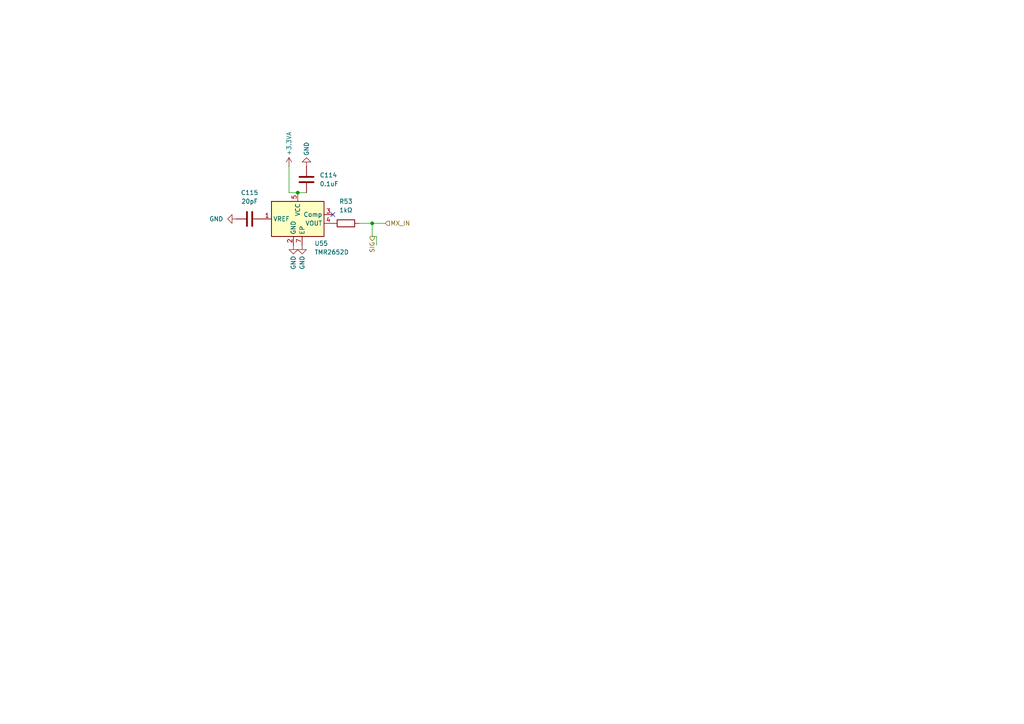
<source format=kicad_sch>
(kicad_sch (version 20250114) (generator "eeschema") (generator_version "9.0")
  (paper "A4")
  (lib_symbols
    (symbol "Device:C" (pin_numbers (hide yes)) (pin_names (offset 0.254))
      (property "Reference" "C" (at 0.635 2.54 0))
      (property "Value" "C" (at 0.635 -2.54 0))
      (symbol "C_0_1"
        (polyline (pts (xy -2.032 0.762) (xy 2.032 0.762)) (stroke (width 0.508)))
        (polyline (pts (xy -2.032 -0.762) (xy 2.032 -0.762)) (stroke (width 0.508)))
      )
      (symbol "C_1_1"
        (pin passive line (at 0 3.81 270) (length 2.794) (name "~") (number "1"))
        (pin passive line (at 0 -3.81 90) (length 2.794) (name "~") (number "2"))
      )
    )
    (symbol "Device:R" (pin_numbers (hide yes)) (pin_names (offset 0))
      (property "Reference" "R" (at 2.032 0 90))
      (property "Value" "R" (at 0 0 90))
      (symbol "R_0_1"
        (rectangle (start -1.016 -2.54) (end 1.016 2.54) (stroke (width 0.254)))
      )
      (symbol "R_1_1"
        (pin passive line (at 0 3.81 270) (length 1.27) (name "~") (number "1"))
        (pin passive line (at 0 -3.81 90) (length 1.27) (name "~") (number "2"))
      )
    )
    (symbol "power:+3.3V" (power) (pin_numbers (hide yes)) (pin_names (offset 0) (hide yes))
      (property "Value" "+3.3V" (at 0 3.556 0))
      (symbol "+3.3V_0_1"
        (polyline (pts (xy -0.762 1.27) (xy 0 2.54)))
        (polyline (pts (xy 0 2.54) (xy 0.762 1.27)))
        (polyline (pts (xy 0 0) (xy 0 2.54)))
      )
      (symbol "+3.3V_1_1"
        (pin power_in line (at 0 0 90) (length 0) (name "~") (number "1"))
      )
    )
    (symbol "power:GND" (power) (pin_numbers (hide yes)) (pin_names (offset 0) (hide yes))
      (property "Value" "GND" (at 0 -3.81 0))
      (symbol "GND_0_1"
        (polyline (pts (xy 0 0) (xy 0 -1.27) (xy 1.27 -1.27) (xy 0 -2.54) (xy -1.27 -1.27) (xy 0 -1.27)))
      )
      (symbol "GND_1_1"
        (pin power_in line (at 0 0 270) (length 0) (name "~") (number "1"))
      )
    )
    (symbol "prometheus-65-symbols:TMR2652D"
      (property "Reference" "U" (at 6.858 -6.604 0))
      (property "Value" "TMR2652D" (at 11.176 -8.636 0))
      (symbol "TMR2652D_0_0"
        (rectangle (start -7.62 5.08) (end 7.62 -5.08) (stroke (width 0.254)) (fill (type background)))
      )
      (symbol "TMR2652D_1_1"
        (pin passive line (at -10.16 0 0) (length 2.54) (name "VREF") (number "1"))
        (pin no_connect line (at -10.16 -2.54 0) (length 2.54) (hide yes) (name "NC") (number "6"))
        (pin power_in line (at -1.27 -7.62 90) (length 2.54) (name "GND") (number "2"))
        (pin power_in line (at 0 7.62 270) (length 2.54) (name "VCC") (number "5"))
        (pin power_in line (at 1.27 -7.62 90) (length 2.54) (name "EP") (number "7"))
        (pin passive line (at 10.16 1.27 180) (length 2.54) (name "Comp") (number "3"))
        (pin output line (at 10.16 -1.27 180) (length 2.54) (name "VOUT") (number "4"))
      )
    )
  )
  (junction (at 86.36 55.88))
  (junction (at 107.95 64.77))
  (no_connect (at 96.52 62.23))
  (wire (pts (xy 104.14 64.77) (xy 107.95 64.77)))
  (wire (pts (xy 88.9 55.88) (xy 86.36 55.88)))
  (wire (pts (xy 107.95 64.77) (xy 111.76 64.77)))
  (wire (pts (xy 83.82 48.26) (xy 83.82 55.88)))
  (wire (pts (xy 107.95 68.58) (xy 109.22 68.58)))
  (wire (pts (xy 107.95 68.58) (xy 107.95 64.77)))
  (wire (pts (xy 83.82 55.88) (xy 86.36 55.88)))
  (wire (pts (xy 109.22 68.58) (xy 109.22 71.12)))
  (hierarchical_label "SIG" (shape output) (at 107.95 68.58 270))
  (hierarchical_label "MX_IN" (shape input) (at 111.76 64.77 0))
  (symbol (lib_id "Device:C") (at 72.39 63.5 90) (unit 1)
    (property "Reference" "C21" (at 72.39 55.88 90))
    (property "Value" "20pF" (at 72.39 58.42 90))
    (property "Footprint" "Capacitor_SMD:C_0402_1005Metric" (effects (hide yes)))
    (property "Description" "Unpolarized capacitor" (effects (hide yes)))
    (instances (project "prometheus-65" (path "" (reference "C115") (unit 1)) (path "" (reference "C133") (unit 1)) (path "" (reference "C97") (unit 1)) (path "" (reference "C55") (unit 1)) (path "" (reference "C45") (unit 1)) (path "" (reference "C21") (unit 1)) (path "" (reference "C73") (unit 1)) (path "" (reference "C91") (unit 1)) (path "" (reference "C41") (unit 1)) (path "" (reference "C121") (unit 1)) (path "" (reference "C29") (unit 1)) (path "" (reference "C25") (unit 1)) (path "" (reference "C145") (unit 1)) (path "" (reference "C89") (unit 1)) (path "" (reference "C85") (unit 1)) (path "" (reference "C77") (unit 1)) (path "" (reference "C135") (unit 1)) (path "" (reference "C141") (unit 1)) (path "" (reference "C61") (unit 1)) (path "" (reference "C75") (unit 1)) (path "" (reference "C111") (unit 1)) (path "" (reference "C71") (unit 1)) (path "" (reference "C101") (unit 1)) (path "" (reference "C37") (unit 1)) (path "" (reference "C81") (unit 1)) (path "" (reference "C67") (unit 1)) (path "" (reference "C59") (unit 1)) (path "" (reference "C113") (unit 1)) (path "" (reference "C147") (unit 1)) (path "" (reference "C35") (unit 1)) (path "" (reference "C137") (unit 1)) (path "" (reference "C95") (unit 1)) (path "" (reference "C117") (unit 1)) (path "" (reference "C107") (unit 1)) (path "" (reference "C65") (unit 1)) (path "" (reference "C127") (unit 1)) (path "" (reference "C63") (unit 1)) (path "" (reference "C103") (unit 1)) (path "" (reference "C39") (unit 1)) (path "" (reference "C109") (unit 1)) (path "" (reference "C23") (unit 1)) (path "" (reference "C57") (unit 1)) (path "" (reference "C47") (unit 1)) (path "" (reference "C69") (unit 1)) (path "" (reference "C49") (unit 1)) (path "" (reference "C27") (unit 1)) (path "" (reference "C125") (unit 1)) (path "" (reference "C131") (unit 1)) (path "" (reference "C31") (unit 1)) (path "" (reference "C79") (unit 1)) (path "" (reference "C93") (unit 1)) (path "" (reference "C123") (unit 1)) (path "" (reference "C143") (unit 1)) (path "" (reference "C129") (unit 1)) (path "" (reference "C87") (unit 1)) (path "" (reference "C53") (unit 1)) (path "" (reference "C51") (unit 1)) (path "" (reference "C105") (unit 1)) (path "" (reference "C83") (unit 1)) (path "" (reference "C33") (unit 1)) (path "" (reference "C119") (unit 1)) (path "" (reference "C99") (unit 1)) (path "" (reference "C139") (unit 1)) (path "" (reference "C43") (unit 1))))
  )
  (symbol (lib_id "power:GND") (at 68.58 63.5 270) (unit 1)
    (property "Reference" "#PWR051" (effects (hide yes)))
    (property "Value" "GND" (at 64.77 63.4999 90) (effects (justify right)))
    (property "Description" "Power symbol creates a global label with name \"GND\" , ground" (effects (hide yes)))
    (instances (project "prometheus-65" (path "" (reference "#PWR0349") (unit 1)) (path "" (reference "#PWR0403") (unit 1)) (path "" (reference "#PWR0295") (unit 1)) (path "" (reference "#PWR0161") (unit 1)) (path "" (reference "#PWR0127") (unit 1)) (path "" (reference "#PWR051") (unit 1)) (path "" (reference "#PWR0219") (unit 1)) (path "" (reference "#PWR0277") (unit 1)) (path "" (reference "#PWR0115") (unit 1)) (path "" (reference "#PWR0367") (unit 1)) (path "" (reference "#PWR079") (unit 1)) (path "" (reference "#PWR067") (unit 1)) (path "" (reference "#PWR0439") (unit 1)) (path "" (reference "#PWR0271") (unit 1)) (path "" (reference "#PWR0259") (unit 1)) (path "" (reference "#PWR0231") (unit 1)) (path "" (reference "#PWR0409") (unit 1)) (path "" (reference "#PWR0427") (unit 1)) (path "" (reference "#PWR0179") (unit 1)) (path "" (reference "#PWR0225") (unit 1)) (path "" (reference "#PWR0337") (unit 1)) (path "" (reference "#PWR0213") (unit 1)) (path "" (reference "#PWR0307") (unit 1)) (path "" (reference "#PWR0103") (unit 1)) (path "" (reference "#PWR0243") (unit 1)) (path "" (reference "#PWR0197") (unit 1)) (path "" (reference "#PWR0173") (unit 1)) (path "" (reference "#PWR0343") (unit 1)) (path "" (reference "#PWR0445") (unit 1)) (path "" (reference "#PWR097") (unit 1)) (path "" (reference "#PWR0415") (unit 1)) (path "" (reference "#PWR0289") (unit 1)) (path "" (reference "#PWR0355") (unit 1)) (path "" (reference "#PWR0325") (unit 1)) (path "" (reference "#PWR0191") (unit 1)) (path "" (reference "#PWR0385") (unit 1)) (path "" (reference "#PWR0185") (unit 1)) (path "" (reference "#PWR0313") (unit 1)) (path "" (reference "#PWR0109") (unit 1)) (path "" (reference "#PWR0331") (unit 1)) (path "" (reference "#PWR061") (unit 1)) (path "" (reference "#PWR0167") (unit 1)) (path "" (reference "#PWR0133") (unit 1)) (path "" (reference "#PWR0207") (unit 1)) (path "" (reference "#PWR0139") (unit 1)) (path "" (reference "#PWR073") (unit 1)) (path "" (reference "#PWR0379") (unit 1)) (path "" (reference "#PWR0397") (unit 1)) (path "" (reference "#PWR085") (unit 1)) (path "" (reference "#PWR0237") (unit 1)) (path "" (reference "#PWR0283") (unit 1)) (path "" (reference "#PWR0373") (unit 1)) (path "" (reference "#PWR0433") (unit 1)) (path "" (reference "#PWR0391") (unit 1)) (path "" (reference "#PWR0265") (unit 1)) (path "" (reference "#PWR0155") (unit 1)) (path "" (reference "#PWR0145") (unit 1)) (path "" (reference "#PWR0319") (unit 1)) (path "" (reference "#PWR0249") (unit 1)) (path "" (reference "#PWR091") (unit 1)) (path "" (reference "#PWR0361") (unit 1)) (path "" (reference "#PWR0301") (unit 1)) (path "" (reference "#PWR0421") (unit 1)) (path "" (reference "#PWR0121") (unit 1))))
  )
  (symbol (lib_id "power:GND") (at 85.09 71.12 0) (unit 1)
    (property "Reference" "#PWR052" (effects (hide yes)))
    (property "Value" "GND" (at 85.09 76.2 90))
    (property "Description" "Power symbol creates a global label with name \"GND\" , ground" (effects (hide yes)))
    (instances (project "prometheus-65" (path "" (reference "#PWR0350") (unit 1)) (path "" (reference "#PWR0404") (unit 1)) (path "" (reference "#PWR0296") (unit 1)) (path "" (reference "#PWR0162") (unit 1)) (path "" (reference "#PWR0128") (unit 1)) (path "" (reference "#PWR052") (unit 1)) (path "" (reference "#PWR0220") (unit 1)) (path "" (reference "#PWR0278") (unit 1)) (path "" (reference "#PWR0116") (unit 1)) (path "" (reference "#PWR0368") (unit 1)) (path "" (reference "#PWR080") (unit 1)) (path "" (reference "#PWR068") (unit 1)) (path "" (reference "#PWR0440") (unit 1)) (path "" (reference "#PWR0272") (unit 1)) (path "" (reference "#PWR0260") (unit 1)) (path "" (reference "#PWR0232") (unit 1)) (path "" (reference "#PWR0410") (unit 1)) (path "" (reference "#PWR0428") (unit 1)) (path "" (reference "#PWR0180") (unit 1)) (path "" (reference "#PWR0226") (unit 1)) (path "" (reference "#PWR0338") (unit 1)) (path "" (reference "#PWR0214") (unit 1)) (path "" (reference "#PWR0308") (unit 1)) (path "" (reference "#PWR0104") (unit 1)) (path "" (reference "#PWR0244") (unit 1)) (path "" (reference "#PWR0198") (unit 1)) (path "" (reference "#PWR0174") (unit 1)) (path "" (reference "#PWR0344") (unit 1)) (path "" (reference "#PWR0446") (unit 1)) (path "" (reference "#PWR098") (unit 1)) (path "" (reference "#PWR0416") (unit 1)) (path "" (reference "#PWR0290") (unit 1)) (path "" (reference "#PWR0356") (unit 1)) (path "" (reference "#PWR0326") (unit 1)) (path "" (reference "#PWR0192") (unit 1)) (path "" (reference "#PWR0386") (unit 1)) (path "" (reference "#PWR0186") (unit 1)) (path "" (reference "#PWR0314") (unit 1)) (path "" (reference "#PWR0110") (unit 1)) (path "" (reference "#PWR0332") (unit 1)) (path "" (reference "#PWR062") (unit 1)) (path "" (reference "#PWR0168") (unit 1)) (path "" (reference "#PWR0134") (unit 1)) (path "" (reference "#PWR0208") (unit 1)) (path "" (reference "#PWR0140") (unit 1)) (path "" (reference "#PWR074") (unit 1)) (path "" (reference "#PWR0380") (unit 1)) (path "" (reference "#PWR0398") (unit 1)) (path "" (reference "#PWR086") (unit 1)) (path "" (reference "#PWR0238") (unit 1)) (path "" (reference "#PWR0284") (unit 1)) (path "" (reference "#PWR0374") (unit 1)) (path "" (reference "#PWR0434") (unit 1)) (path "" (reference "#PWR0392") (unit 1)) (path "" (reference "#PWR0266") (unit 1)) (path "" (reference "#PWR0156") (unit 1)) (path "" (reference "#PWR0146") (unit 1)) (path "" (reference "#PWR0320") (unit 1)) (path "" (reference "#PWR0250") (unit 1)) (path "" (reference "#PWR092") (unit 1)) (path "" (reference "#PWR0362") (unit 1)) (path "" (reference "#PWR0302") (unit 1)) (path "" (reference "#PWR0422") (unit 1)) (path "" (reference "#PWR0122") (unit 1))))
  )
  (symbol (lib_id "power:+3.3V") (at 83.82 48.26 0) (unit 1)
    (property "Reference" "#PWR048" (effects (hide yes)))
    (property "Value" "+3.3VA" (at 83.82 41.656 90))
    (property "Description" "Power symbol creates a global label with name \"+3.3V\"" (effects (hide yes)))
    (instances (project "prometheus-65" (path "" (reference "#PWR0346") (unit 1)) (path "" (reference "#PWR0400") (unit 1)) (path "" (reference "#PWR0292") (unit 1)) (path "" (reference "#PWR0158") (unit 1)) (path "" (reference "#PWR0124") (unit 1)) (path "" (reference "#PWR048") (unit 1)) (path "" (reference "#PWR0216") (unit 1)) (path "" (reference "#PWR0274") (unit 1)) (path "" (reference "#PWR0112") (unit 1)) (path "" (reference "#PWR0364") (unit 1)) (path "" (reference "#PWR076") (unit 1)) (path "" (reference "#PWR064") (unit 1)) (path "" (reference "#PWR0436") (unit 1)) (path "" (reference "#PWR0268") (unit 1)) (path "" (reference "#PWR0256") (unit 1)) (path "" (reference "#PWR0228") (unit 1)) (path "" (reference "#PWR0406") (unit 1)) (path "" (reference "#PWR0424") (unit 1)) (path "" (reference "#PWR0176") (unit 1)) (path "" (reference "#PWR0222") (unit 1)) (path "" (reference "#PWR0334") (unit 1)) (path "" (reference "#PWR0210") (unit 1)) (path "" (reference "#PWR0304") (unit 1)) (path "" (reference "#PWR0100") (unit 1)) (path "" (reference "#PWR0240") (unit 1)) (path "" (reference "#PWR0194") (unit 1)) (path "" (reference "#PWR0170") (unit 1)) (path "" (reference "#PWR0340") (unit 1)) (path "" (reference "#PWR0442") (unit 1)) (path "" (reference "#PWR094") (unit 1)) (path "" (reference "#PWR0412") (unit 1)) (path "" (reference "#PWR0286") (unit 1)) (path "" (reference "#PWR0352") (unit 1)) (path "" (reference "#PWR0322") (unit 1)) (path "" (reference "#PWR0188") (unit 1)) (path "" (reference "#PWR0382") (unit 1)) (path "" (reference "#PWR0182") (unit 1)) (path "" (reference "#PWR0310") (unit 1)) (path "" (reference "#PWR0106") (unit 1)) (path "" (reference "#PWR0328") (unit 1)) (path "" (reference "#PWR058") (unit 1)) (path "" (reference "#PWR0164") (unit 1)) (path "" (reference "#PWR0130") (unit 1)) (path "" (reference "#PWR0204") (unit 1)) (path "" (reference "#PWR0136") (unit 1)) (path "" (reference "#PWR070") (unit 1)) (path "" (reference "#PWR0376") (unit 1)) (path "" (reference "#PWR0394") (unit 1)) (path "" (reference "#PWR082") (unit 1)) (path "" (reference "#PWR0234") (unit 1)) (path "" (reference "#PWR0280") (unit 1)) (path "" (reference "#PWR0370") (unit 1)) (path "" (reference "#PWR0430") (unit 1)) (path "" (reference "#PWR0388") (unit 1)) (path "" (reference "#PWR0262") (unit 1)) (path "" (reference "#PWR0152") (unit 1)) (path "" (reference "#PWR0142") (unit 1)) (path "" (reference "#PWR0316") (unit 1)) (path "" (reference "#PWR0246") (unit 1)) (path "" (reference "#PWR088") (unit 1)) (path "" (reference "#PWR0358") (unit 1)) (path "" (reference "#PWR0298") (unit 1)) (path "" (reference "#PWR0418") (unit 1)) (path "" (reference "#PWR0118") (unit 1))))
  )
  (symbol (lib_id "Device:R") (at 100.33 64.77 90) (unit 1)
    (property "Reference" "R6" (at 100.33 58.42 90))
    (property "Value" "1kΩ" (at 100.33 60.96 90))
    (property "Footprint" "Resistor_SMD:R_0402_1005Metric" (effects (hide yes)))
    (property "Description" "Resistor" (effects (hide yes)))
    (instances (project "prometheus-65" (path "" (reference "R53") (unit 1)) (path "" (reference "R62") (unit 1)) (path "" (reference "R44") (unit 1)) (path "" (reference "R23") (unit 1)) (path "" (reference "R18") (unit 1)) (path "" (reference "R6") (unit 1)) (path "" (reference "R32") (unit 1)) (path "" (reference "R41") (unit 1)) (path "" (reference "R16") (unit 1)) (path "" (reference "R56") (unit 1)) (path "" (reference "R10") (unit 1)) (path "" (reference "R8") (unit 1)) (path "" (reference "R68") (unit 1)) (path "" (reference "R40") (unit 1)) (path "" (reference "R38") (unit 1)) (path "" (reference "R34") (unit 1)) (path "" (reference "R63") (unit 1)) (path "" (reference "R66") (unit 1)) (path "" (reference "R26") (unit 1)) (path "" (reference "R33") (unit 1)) (path "" (reference "R51") (unit 1)) (path "" (reference "R31") (unit 1)) (path "" (reference "R46") (unit 1)) (path "" (reference "R14") (unit 1)) (path "" (reference "R36") (unit 1)) (path "" (reference "R29") (unit 1)) (path "" (reference "R25") (unit 1)) (path "" (reference "R52") (unit 1)) (path "" (reference "R69") (unit 1)) (path "" (reference "R13") (unit 1)) (path "" (reference "R64") (unit 1)) (path "" (reference "R43") (unit 1)) (path "" (reference "R54") (unit 1)) (path "" (reference "R49") (unit 1)) (path "" (reference "R28") (unit 1)) (path "" (reference "R59") (unit 1)) (path "" (reference "R27") (unit 1)) (path "" (reference "R47") (unit 1)) (path "" (reference "R15") (unit 1)) (path "" (reference "R50") (unit 1)) (path "" (reference "R7") (unit 1)) (path "" (reference "R24") (unit 1)) (path "" (reference "R19") (unit 1)) (path "" (reference "R30") (unit 1)) (path "" (reference "R20") (unit 1)) (path "" (reference "R9") (unit 1)) (path "" (reference "R58") (unit 1)) (path "" (reference "R61") (unit 1)) (path "" (reference "R11") (unit 1)) (path "" (reference "R35") (unit 1)) (path "" (reference "R42") (unit 1)) (path "" (reference "R57") (unit 1)) (path "" (reference "R67") (unit 1)) (path "" (reference "R60") (unit 1)) (path "" (reference "R39") (unit 1)) (path "" (reference "R22") (unit 1)) (path "" (reference "R21") (unit 1)) (path "" (reference "R48") (unit 1)) (path "" (reference "R37") (unit 1)) (path "" (reference "R12") (unit 1)) (path "" (reference "R55") (unit 1)) (path "" (reference "R45") (unit 1)) (path "" (reference "R65") (unit 1)) (path "" (reference "R17") (unit 1))))
  )
  (symbol (lib_id "power:GND") (at 87.63 71.12 0) (unit 1)
    (property "Reference" "#PWR053" (effects (hide yes)))
    (property "Value" "GND" (at 87.63 76.2 90))
    (property "Description" "Power symbol creates a global label with name \"GND\" , ground" (effects (hide yes)))
    (instances (project "prometheus-65" (path "" (reference "#PWR0351") (unit 1)) (path "" (reference "#PWR0405") (unit 1)) (path "" (reference "#PWR0297") (unit 1)) (path "" (reference "#PWR0163") (unit 1)) (path "" (reference "#PWR0129") (unit 1)) (path "" (reference "#PWR053") (unit 1)) (path "" (reference "#PWR0221") (unit 1)) (path "" (reference "#PWR0279") (unit 1)) (path "" (reference "#PWR0117") (unit 1)) (path "" (reference "#PWR0369") (unit 1)) (path "" (reference "#PWR081") (unit 1)) (path "" (reference "#PWR069") (unit 1)) (path "" (reference "#PWR0441") (unit 1)) (path "" (reference "#PWR0273") (unit 1)) (path "" (reference "#PWR0261") (unit 1)) (path "" (reference "#PWR0233") (unit 1)) (path "" (reference "#PWR0411") (unit 1)) (path "" (reference "#PWR0429") (unit 1)) (path "" (reference "#PWR0181") (unit 1)) (path "" (reference "#PWR0227") (unit 1)) (path "" (reference "#PWR0339") (unit 1)) (path "" (reference "#PWR0215") (unit 1)) (path "" (reference "#PWR0309") (unit 1)) (path "" (reference "#PWR0105") (unit 1)) (path "" (reference "#PWR0245") (unit 1)) (path "" (reference "#PWR0199") (unit 1)) (path "" (reference "#PWR0175") (unit 1)) (path "" (reference "#PWR0345") (unit 1)) (path "" (reference "#PWR0447") (unit 1)) (path "" (reference "#PWR099") (unit 1)) (path "" (reference "#PWR0417") (unit 1)) (path "" (reference "#PWR0291") (unit 1)) (path "" (reference "#PWR0357") (unit 1)) (path "" (reference "#PWR0327") (unit 1)) (path "" (reference "#PWR0193") (unit 1)) (path "" (reference "#PWR0387") (unit 1)) (path "" (reference "#PWR0187") (unit 1)) (path "" (reference "#PWR0315") (unit 1)) (path "" (reference "#PWR0111") (unit 1)) (path "" (reference "#PWR0333") (unit 1)) (path "" (reference "#PWR063") (unit 1)) (path "" (reference "#PWR0169") (unit 1)) (path "" (reference "#PWR0135") (unit 1)) (path "" (reference "#PWR0209") (unit 1)) (path "" (reference "#PWR0141") (unit 1)) (path "" (reference "#PWR075") (unit 1)) (path "" (reference "#PWR0381") (unit 1)) (path "" (reference "#PWR0399") (unit 1)) (path "" (reference "#PWR087") (unit 1)) (path "" (reference "#PWR0239") (unit 1)) (path "" (reference "#PWR0285") (unit 1)) (path "" (reference "#PWR0375") (unit 1)) (path "" (reference "#PWR0435") (unit 1)) (path "" (reference "#PWR0393") (unit 1)) (path "" (reference "#PWR0267") (unit 1)) (path "" (reference "#PWR0157") (unit 1)) (path "" (reference "#PWR0147") (unit 1)) (path "" (reference "#PWR0321") (unit 1)) (path "" (reference "#PWR0251") (unit 1)) (path "" (reference "#PWR093") (unit 1)) (path "" (reference "#PWR0363") (unit 1)) (path "" (reference "#PWR0303") (unit 1)) (path "" (reference "#PWR0423") (unit 1)) (path "" (reference "#PWR0123") (unit 1))))
  )
  (symbol (lib_id "prometheus-65-symbols:TMR2652D") (at 86.36 63.5 0) (unit 1)
    (property "Reference" "U4" (at 91.186 70.612 0) (effects (justify left)))
    (property "Value" "TMR2652D" (at 91.186 73.152 0) (effects (justify left)))
    (property "Footprint" "prometheus-65-footprints:TMR2652D" (effects (hide yes)))
    (property "Datasheet" "kicad-embed://TMR265x.pdf" (effects (hide yes)))
    (instances (project "prometheus-65" (path "" (reference "U55") (unit 1)) (path "" (reference "U64") (unit 1)) (path "" (reference "U46") (unit 1)) (path "" (reference "U23") (unit 1)) (path "" (reference "U17") (unit 1)) (path "" (reference "U4") (unit 1)) (path "" (reference "U33") (unit 1)) (path "" (reference "U43") (unit 1)) (path "" (reference "U15") (unit 1)) (path "" (reference "U58") (unit 1)) (path "" (reference "U9") (unit 1)) (path "" (reference "U7") (unit 1)) (path "" (reference "U70") (unit 1)) (path "" (reference "U42") (unit 1)) (path "" (reference "U40") (unit 1)) (path "" (reference "U35") (unit 1)) (path "" (reference "U65") (unit 1)) (path "" (reference "U68") (unit 1)) (path "" (reference "U26") (unit 1)) (path "" (reference "U34") (unit 1)) (path "" (reference "U53") (unit 1)) (path "" (reference "U32") (unit 1)) (path "" (reference "U48") (unit 1)) (path "" (reference "U13") (unit 1)) (path "" (reference "U37") (unit 1)) (path "" (reference "U29") (unit 1)) (path "" (reference "U25") (unit 1)) (path "" (reference "U54") (unit 1)) (path "" (reference "U71") (unit 1)) (path "" (reference "U12") (unit 1)) (path "" (reference "U66") (unit 1)) (path "" (reference "U45") (unit 1)) (path "" (reference "U56") (unit 1)) (path "" (reference "U51") (unit 1)) (path "" (reference "U28") (unit 1)) (path "" (reference "U61") (unit 1)) (path "" (reference "U27") (unit 1)) (path "" (reference "U49") (unit 1)) (path "" (reference "U14") (unit 1)) (path "" (reference "U52") (unit 1)) (path "" (reference "U6") (unit 1)) (path "" (reference "U24") (unit 1)) (path "" (reference "U18") (unit 1)) (path "" (reference "U31") (unit 1)) (path "" (reference "U19") (unit 1)) (path "" (reference "U8") (unit 1)) (path "" (reference "U60") (unit 1)) (path "" (reference "U63") (unit 1)) (path "" (reference "U10") (unit 1)) (path "" (reference "U36") (unit 1)) (path "" (reference "U44") (unit 1)) (path "" (reference "U59") (unit 1)) (path "" (reference "U69") (unit 1)) (path "" (reference "U62") (unit 1)) (path "" (reference "U41") (unit 1)) (path "" (reference "U22") (unit 1)) (path "" (reference "U20") (unit 1)) (path "" (reference "U50") (unit 1)) (path "" (reference "U38") (unit 1)) (path "" (reference "U11") (unit 1)) (path "" (reference "U57") (unit 1)) (path "" (reference "U47") (unit 1)) (path "" (reference "U67") (unit 1)) (path "" (reference "U16") (unit 1))))
  )
  (symbol (lib_id "power:GND") (at 88.9 48.26 180) (unit 1)
    (property "Reference" "#PWR049" (effects (hide yes)))
    (property "Value" "GND" (at 88.9 43.18 90))
    (property "Description" "Power symbol creates a global label with name \"GND\" , ground" (effects (hide yes)))
    (instances (project "prometheus-65" (path "" (reference "#PWR0347") (unit 1)) (path "" (reference "#PWR0401") (unit 1)) (path "" (reference "#PWR0293") (unit 1)) (path "" (reference "#PWR0159") (unit 1)) (path "" (reference "#PWR0125") (unit 1)) (path "" (reference "#PWR049") (unit 1)) (path "" (reference "#PWR0217") (unit 1)) (path "" (reference "#PWR0275") (unit 1)) (path "" (reference "#PWR0113") (unit 1)) (path "" (reference "#PWR0365") (unit 1)) (path "" (reference "#PWR077") (unit 1)) (path "" (reference "#PWR065") (unit 1)) (path "" (reference "#PWR0437") (unit 1)) (path "" (reference "#PWR0269") (unit 1)) (path "" (reference "#PWR0257") (unit 1)) (path "" (reference "#PWR0229") (unit 1)) (path "" (reference "#PWR0407") (unit 1)) (path "" (reference "#PWR0425") (unit 1)) (path "" (reference "#PWR0177") (unit 1)) (path "" (reference "#PWR0223") (unit 1)) (path "" (reference "#PWR0335") (unit 1)) (path "" (reference "#PWR0211") (unit 1)) (path "" (reference "#PWR0305") (unit 1)) (path "" (reference "#PWR0101") (unit 1)) (path "" (reference "#PWR0241") (unit 1)) (path "" (reference "#PWR0195") (unit 1)) (path "" (reference "#PWR0171") (unit 1)) (path "" (reference "#PWR0341") (unit 1)) (path "" (reference "#PWR0443") (unit 1)) (path "" (reference "#PWR095") (unit 1)) (path "" (reference "#PWR0413") (unit 1)) (path "" (reference "#PWR0287") (unit 1)) (path "" (reference "#PWR0353") (unit 1)) (path "" (reference "#PWR0323") (unit 1)) (path "" (reference "#PWR0189") (unit 1)) (path "" (reference "#PWR0383") (unit 1)) (path "" (reference "#PWR0183") (unit 1)) (path "" (reference "#PWR0311") (unit 1)) (path "" (reference "#PWR0107") (unit 1)) (path "" (reference "#PWR0329") (unit 1)) (path "" (reference "#PWR059") (unit 1)) (path "" (reference "#PWR0165") (unit 1)) (path "" (reference "#PWR0131") (unit 1)) (path "" (reference "#PWR0205") (unit 1)) (path "" (reference "#PWR0137") (unit 1)) (path "" (reference "#PWR071") (unit 1)) (path "" (reference "#PWR0377") (unit 1)) (path "" (reference "#PWR0395") (unit 1)) (path "" (reference "#PWR083") (unit 1)) (path "" (reference "#PWR0235") (unit 1)) (path "" (reference "#PWR0281") (unit 1)) (path "" (reference "#PWR0371") (unit 1)) (path "" (reference "#PWR0431") (unit 1)) (path "" (reference "#PWR0389") (unit 1)) (path "" (reference "#PWR0263") (unit 1)) (path "" (reference "#PWR0153") (unit 1)) (path "" (reference "#PWR0143") (unit 1)) (path "" (reference "#PWR0317") (unit 1)) (path "" (reference "#PWR0247") (unit 1)) (path "" (reference "#PWR089") (unit 1)) (path "" (reference "#PWR0359") (unit 1)) (path "" (reference "#PWR0299") (unit 1)) (path "" (reference "#PWR0419") (unit 1)) (path "" (reference "#PWR0119") (unit 1))))
  )
  (symbol (lib_id "Device:C") (at 88.9 52.07 0) (unit 1)
    (property "Reference" "C20" (at 92.71 50.7999 0) (effects (justify left)))
    (property "Value" "0.1uF" (at 92.71 53.3399 0) (effects (justify left)))
    (property "Footprint" "Capacitor_SMD:C_0402_1005Metric" (effects (hide yes)))
    (property "Description" "Unpolarized capacitor" (effects (hide yes)))
    (instances (project "prometheus-65" (path "" (reference "C114") (unit 1)) (path "" (reference "C132") (unit 1)) (path "" (reference "C96") (unit 1)) (path "" (reference "C54") (unit 1)) (path "" (reference "C44") (unit 1)) (path "" (reference "C20") (unit 1)) (path "" (reference "C72") (unit 1)) (path "" (reference "C90") (unit 1)) (path "" (reference "C40") (unit 1)) (path "" (reference "C120") (unit 1)) (path "" (reference "C28") (unit 1)) (path "" (reference "C24") (unit 1)) (path "" (reference "C144") (unit 1)) (path "" (reference "C88") (unit 1)) (path "" (reference "C84") (unit 1)) (path "" (reference "C76") (unit 1)) (path "" (reference "C134") (unit 1)) (path "" (reference "C140") (unit 1)) (path "" (reference "C60") (unit 1)) (path "" (reference "C74") (unit 1)) (path "" (reference "C110") (unit 1)) (path "" (reference "C70") (unit 1)) (path "" (reference "C100") (unit 1)) (path "" (reference "C36") (unit 1)) (path "" (reference "C80") (unit 1)) (path "" (reference "C66") (unit 1)) (path "" (reference "C58") (unit 1)) (path "" (reference "C112") (unit 1)) (path "" (reference "C146") (unit 1)) (path "" (reference "C34") (unit 1)) (path "" (reference "C136") (unit 1)) (path "" (reference "C94") (unit 1)) (path "" (reference "C116") (unit 1)) (path "" (reference "C106") (unit 1)) (path "" (reference "C64") (unit 1)) (path "" (reference "C126") (unit 1)) (path "" (reference "C62") (unit 1)) (path "" (reference "C102") (unit 1)) (path "" (reference "C38") (unit 1)) (path "" (reference "C108") (unit 1)) (path "" (reference "C22") (unit 1)) (path "" (reference "C56") (unit 1)) (path "" (reference "C46") (unit 1)) (path "" (reference "C68") (unit 1)) (path "" (reference "C48") (unit 1)) (path "" (reference "C26") (unit 1)) (path "" (reference "C124") (unit 1)) (path "" (reference "C130") (unit 1)) (path "" (reference "C30") (unit 1)) (path "" (reference "C78") (unit 1)) (path "" (reference "C92") (unit 1)) (path "" (reference "C122") (unit 1)) (path "" (reference "C142") (unit 1)) (path "" (reference "C128") (unit 1)) (path "" (reference "C86") (unit 1)) (path "" (reference "C52") (unit 1)) (path "" (reference "C50") (unit 1)) (path "" (reference "C104") (unit 1)) (path "" (reference "C82") (unit 1)) (path "" (reference "C32") (unit 1)) (path "" (reference "C118") (unit 1)) (path "" (reference "C98") (unit 1)) (path "" (reference "C138") (unit 1)) (path "" (reference "C42") (unit 1))))
  )
)
</source>
